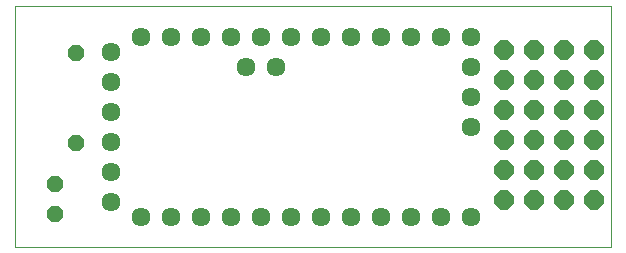
<source format=gts>
G75*
%MOIN*%
%OFA0B0*%
%FSLAX25Y25*%
%IPPOS*%
%LPD*%
%AMOC8*
5,1,8,0,0,1.08239X$1,22.5*
%
%ADD10C,0.00000*%
%ADD11OC8,0.06400*%
%ADD12OC8,0.05600*%
%ADD13C,0.06337*%
D10*
X0024595Y0001256D02*
X0024595Y0081717D01*
X0223296Y0081717D01*
X0223296Y0001256D01*
X0024595Y0001256D01*
D11*
X0187595Y0016756D03*
X0197595Y0016756D03*
X0207595Y0016756D03*
X0217595Y0016756D03*
X0217595Y0026756D03*
X0207595Y0026756D03*
X0197595Y0026756D03*
X0187595Y0026756D03*
X0187595Y0036756D03*
X0197595Y0036756D03*
X0207595Y0036756D03*
X0217595Y0036756D03*
X0217595Y0046756D03*
X0207595Y0046756D03*
X0197595Y0046756D03*
X0187595Y0046756D03*
X0187595Y0056756D03*
X0197595Y0056756D03*
X0207595Y0056756D03*
X0217595Y0056756D03*
X0217595Y0066756D03*
X0207595Y0066756D03*
X0197595Y0066756D03*
X0187595Y0066756D03*
D12*
X0045095Y0065756D03*
X0045095Y0035756D03*
X0038095Y0022256D03*
X0038095Y0012256D03*
D13*
X0056595Y0016256D03*
X0066595Y0011256D03*
X0076595Y0011256D03*
X0086595Y0011256D03*
X0096595Y0011256D03*
X0106595Y0011256D03*
X0116595Y0011256D03*
X0126595Y0011256D03*
X0136595Y0011256D03*
X0146595Y0011256D03*
X0156595Y0011256D03*
X0166595Y0011256D03*
X0176595Y0011256D03*
X0176595Y0041256D03*
X0176595Y0051256D03*
X0176595Y0061256D03*
X0176595Y0071256D03*
X0166595Y0071256D03*
X0156595Y0071256D03*
X0146595Y0071256D03*
X0136595Y0071256D03*
X0126595Y0071256D03*
X0116595Y0071256D03*
X0106595Y0071256D03*
X0096595Y0071256D03*
X0086595Y0071256D03*
X0076595Y0071256D03*
X0066595Y0071256D03*
X0056595Y0066256D03*
X0056595Y0056256D03*
X0056595Y0046256D03*
X0056595Y0036256D03*
X0056595Y0026256D03*
X0101595Y0061256D03*
X0111595Y0061256D03*
M02*

</source>
